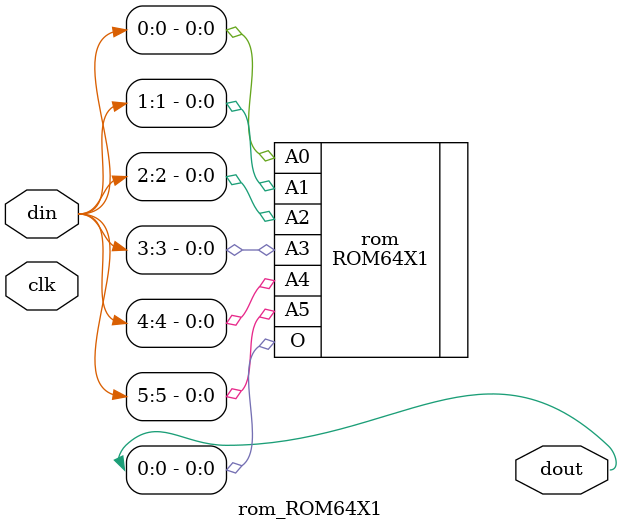
<source format=v>
/*
ROM128X1: 128-Deep by 1-Wide ROM
ROM256X1: 256-Deep by 1-Wide ROM
ROM32X1: 32-Deep by 1-Wide ROM
ROM64X1: 64-Deep by 1-Wide ROM
*/

module top(input clk, stb, di, output do);
	localparam integer DIN_N = 256;
	localparam integer DOUT_N = 256;

	reg [DIN_N-1:0] din;
	wire [DOUT_N-1:0] dout;

	reg [DIN_N-1:0] din_shr;
	reg [DOUT_N-1:0] dout_shr;

	always @(posedge clk) begin
		din_shr <= {din_shr, di};
		dout_shr <= {dout_shr, din_shr[DIN_N-1]};
		if (stb) begin
			din <= din_shr;
			dout_shr <= dout;
		end
	end

	assign do = dout_shr[DOUT_N-1];

	roi roi (
		.clk(clk),
		.din(din),
		.dout(dout)
	);
endmodule

module roi(input clk, input [255:0] din, output [255:0] dout);
    rom_ROM128X1 #(.LOC("XXX"))
            rom_ROM128X1(.clk(clk), .din(din[  0 +: 8]), .dout(dout[  0 +: 8]));
    rom_ROM256X1 #(.LOC("XXX"))
            rom_ROM256X1(.clk(clk), .din(din[  8 +: 8]), .dout(dout[  8 +: 8]));
    rom_ROM32X1 #(.LOC("XXX"))
            rom_ROM32X1(.clk(clk), .din(din[  16 +: 8]), .dout(dout[  16 +: 8]));
    rom_ROM64X1 #(.LOC("XXX"))
            rom_ROM64X1(.clk(clk), .din(din[  32 +: 8]), .dout(dout[  32 +: 8]));
endmodule

//******************************************************************************
//BOUTMUX tests

/*
Cell as SLICEM D6LUT + C6LUT + F7BMUX
*/
module rom_ROM128X1 (input clk, input [7:0] din, output [7:0] dout);
    parameter LOC="SLICE_FIXME";

    //ROM128X1 #(.LOC(LOC), .N(N))
    ROM128X1 #(.INIT(128'b0))
            rom(
            .O(dout[0]),
            .A0(din[0]),
            .A1(din[1]),
            .A2(din[2]),
            .A3(din[3]),
            .A4(din[4]),
            .A5(din[5]),
            .A6(din[6]));
endmodule

module rom_ROM256X1 (input clk, input [7:0] din, output [7:0] dout);
    parameter LOC="SLICE_FIXME";

    ROM256X1 #(.INIT(256'b0))
            rom(
            .O(dout[0]),
            .A0(din[0]),
            .A1(din[1]),
            .A2(din[2]),
            .A3(din[3]),
            .A4(din[4]),
            .A5(din[5]),
            .A6(din[6]),
            .A7(din[7]));
endmodule

module rom_ROM32X1 (input clk, input [7:0] din, output [7:0] dout);
    parameter LOC="SLICE_FIXME";

    ROM32X1 #(.INIT(32'b0))
            rom(
            .O(dout[0]),
            .A0(din[0]),
            .A1(din[1]),
            .A2(din[2]),
            .A3(din[3]),
            .A4(din[4]));
endmodule

module rom_ROM64X1 (input clk, input [7:0] din, output [7:0] dout);
    parameter LOC="SLICE_FIXME";

    ROM64X1 #(.INIT(64'b0))
            rom(
            .O(dout[0]),
            .A0(din[0]),
            .A1(din[1]),
            .A2(din[2]),
            .A3(din[3]),
            .A4(din[4]),
            .A5(din[5]));
endmodule


</source>
